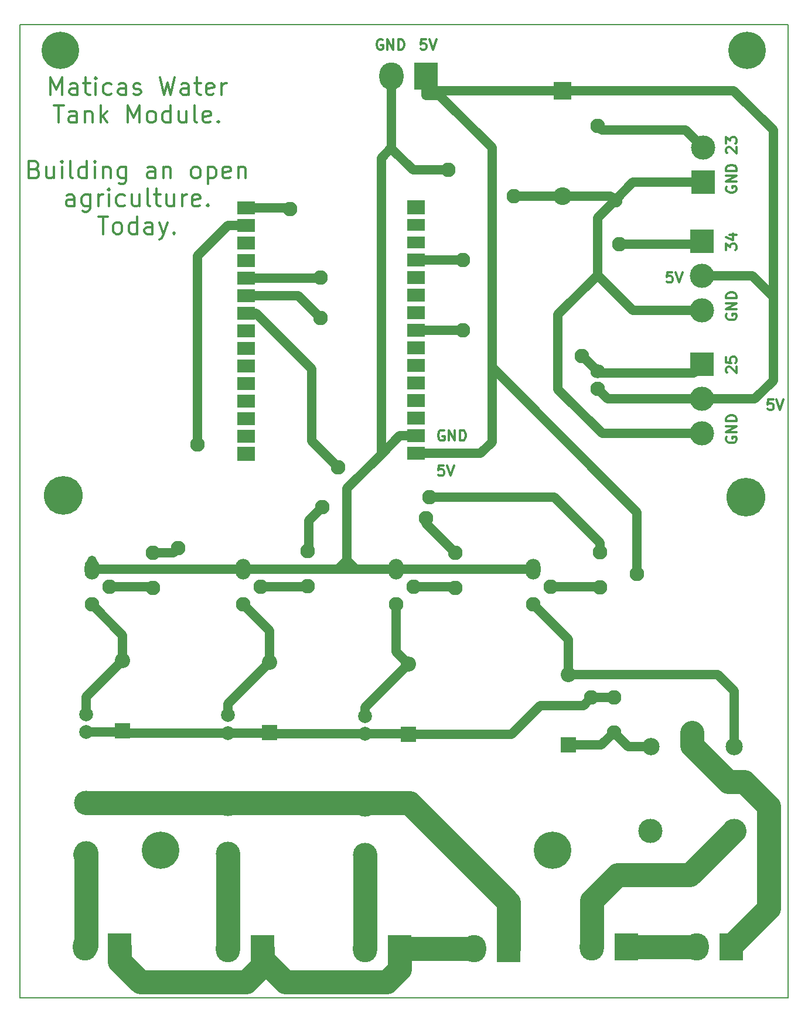
<source format=gbr>
%TF.GenerationSoftware,KiCad,Pcbnew,7.0.3*%
%TF.CreationDate,2023-07-15T06:29:25-05:00*%
%TF.ProjectId,intregration1,696e7472-6567-4726-9174-696f6e312e6b,rev?*%
%TF.SameCoordinates,Original*%
%TF.FileFunction,Copper,L1,Top*%
%TF.FilePolarity,Positive*%
%FSLAX46Y46*%
G04 Gerber Fmt 4.6, Leading zero omitted, Abs format (unit mm)*
G04 Created by KiCad (PCBNEW 7.0.3) date 2023-07-15 06:29:25*
%MOMM*%
%LPD*%
G01*
G04 APERTURE LIST*
%TA.AperFunction,NonConductor*%
%ADD10C,0.200000*%
%TD*%
%ADD11C,0.300000*%
%TA.AperFunction,NonConductor*%
%ADD12C,0.300000*%
%TD*%
%TA.AperFunction,ComponentPad*%
%ADD13C,2.100000*%
%TD*%
%TA.AperFunction,ComponentPad*%
%ADD14O,2.125000X2.000000*%
%TD*%
%TA.AperFunction,ComponentPad*%
%ADD15R,2.200000X2.200000*%
%TD*%
%TA.AperFunction,ComponentPad*%
%ADD16O,2.200000X2.200000*%
%TD*%
%TA.AperFunction,ComponentPad*%
%ADD17C,2.125000*%
%TD*%
%TA.AperFunction,ComponentPad*%
%ADD18O,2.125000X2.125000*%
%TD*%
%TA.AperFunction,ComponentPad*%
%ADD19R,3.500000X3.960000*%
%TD*%
%TA.AperFunction,ComponentPad*%
%ADD20O,3.500000X3.960000*%
%TD*%
%TA.AperFunction,ComponentPad*%
%ADD21C,5.600000*%
%TD*%
%TA.AperFunction,ComponentPad*%
%ADD22R,2.600000X2.600000*%
%TD*%
%TA.AperFunction,ComponentPad*%
%ADD23O,2.600000X2.600000*%
%TD*%
%TA.AperFunction,ComponentPad*%
%ADD24R,3.500000X3.500000*%
%TD*%
%TA.AperFunction,ComponentPad*%
%ADD25C,3.500000*%
%TD*%
%TA.AperFunction,ComponentPad*%
%ADD26C,5.400000*%
%TD*%
%TA.AperFunction,ComponentPad*%
%ADD27R,2.540000X2.000000*%
%TD*%
%TA.AperFunction,ComponentPad*%
%ADD28R,2.540000X1.950000*%
%TD*%
%TA.AperFunction,ComponentPad*%
%ADD29O,2.125000X3.000000*%
%TD*%
%TA.AperFunction,ComponentPad*%
%ADD30R,2.540000X2.100000*%
%TD*%
%TA.AperFunction,ComponentPad*%
%ADD31R,2.540000X1.740000*%
%TD*%
%TA.AperFunction,ComponentPad*%
%ADD32C,2.000000*%
%TD*%
%TA.AperFunction,ComponentPad*%
%ADD33C,3.000000*%
%TD*%
%TA.AperFunction,ComponentPad*%
%ADD34C,2.500000*%
%TD*%
%TA.AperFunction,ViaPad*%
%ADD35C,2.125000*%
%TD*%
%TA.AperFunction,Conductor*%
%ADD36C,1.330000*%
%TD*%
%TA.AperFunction,Conductor*%
%ADD37C,3.500000*%
%TD*%
G04 APERTURE END LIST*
D10*
X48006000Y-168656000D02*
X159004000Y-168656000D01*
X159004000Y-27940000D01*
X48006000Y-27940000D01*
X48006000Y-168656000D01*
D11*
D12*
X52407844Y-38068447D02*
X52407844Y-35568447D01*
X52407844Y-35568447D02*
X53241177Y-37354161D01*
X53241177Y-37354161D02*
X54074510Y-35568447D01*
X54074510Y-35568447D02*
X54074510Y-38068447D01*
X56336415Y-38068447D02*
X56336415Y-36758923D01*
X56336415Y-36758923D02*
X56217368Y-36520828D01*
X56217368Y-36520828D02*
X55979272Y-36401780D01*
X55979272Y-36401780D02*
X55503082Y-36401780D01*
X55503082Y-36401780D02*
X55264987Y-36520828D01*
X56336415Y-37949400D02*
X56098320Y-38068447D01*
X56098320Y-38068447D02*
X55503082Y-38068447D01*
X55503082Y-38068447D02*
X55264987Y-37949400D01*
X55264987Y-37949400D02*
X55145939Y-37711304D01*
X55145939Y-37711304D02*
X55145939Y-37473209D01*
X55145939Y-37473209D02*
X55264987Y-37235114D01*
X55264987Y-37235114D02*
X55503082Y-37116066D01*
X55503082Y-37116066D02*
X56098320Y-37116066D01*
X56098320Y-37116066D02*
X56336415Y-36997019D01*
X57169749Y-36401780D02*
X58122130Y-36401780D01*
X57526892Y-35568447D02*
X57526892Y-37711304D01*
X57526892Y-37711304D02*
X57645939Y-37949400D01*
X57645939Y-37949400D02*
X57884034Y-38068447D01*
X57884034Y-38068447D02*
X58122130Y-38068447D01*
X58955463Y-38068447D02*
X58955463Y-36401780D01*
X58955463Y-35568447D02*
X58836415Y-35687495D01*
X58836415Y-35687495D02*
X58955463Y-35806542D01*
X58955463Y-35806542D02*
X59074510Y-35687495D01*
X59074510Y-35687495D02*
X58955463Y-35568447D01*
X58955463Y-35568447D02*
X58955463Y-35806542D01*
X61217367Y-37949400D02*
X60979272Y-38068447D01*
X60979272Y-38068447D02*
X60503081Y-38068447D01*
X60503081Y-38068447D02*
X60264986Y-37949400D01*
X60264986Y-37949400D02*
X60145939Y-37830352D01*
X60145939Y-37830352D02*
X60026891Y-37592257D01*
X60026891Y-37592257D02*
X60026891Y-36877971D01*
X60026891Y-36877971D02*
X60145939Y-36639876D01*
X60145939Y-36639876D02*
X60264986Y-36520828D01*
X60264986Y-36520828D02*
X60503081Y-36401780D01*
X60503081Y-36401780D02*
X60979272Y-36401780D01*
X60979272Y-36401780D02*
X61217367Y-36520828D01*
X63360224Y-38068447D02*
X63360224Y-36758923D01*
X63360224Y-36758923D02*
X63241177Y-36520828D01*
X63241177Y-36520828D02*
X63003081Y-36401780D01*
X63003081Y-36401780D02*
X62526891Y-36401780D01*
X62526891Y-36401780D02*
X62288796Y-36520828D01*
X63360224Y-37949400D02*
X63122129Y-38068447D01*
X63122129Y-38068447D02*
X62526891Y-38068447D01*
X62526891Y-38068447D02*
X62288796Y-37949400D01*
X62288796Y-37949400D02*
X62169748Y-37711304D01*
X62169748Y-37711304D02*
X62169748Y-37473209D01*
X62169748Y-37473209D02*
X62288796Y-37235114D01*
X62288796Y-37235114D02*
X62526891Y-37116066D01*
X62526891Y-37116066D02*
X63122129Y-37116066D01*
X63122129Y-37116066D02*
X63360224Y-36997019D01*
X64431653Y-37949400D02*
X64669748Y-38068447D01*
X64669748Y-38068447D02*
X65145939Y-38068447D01*
X65145939Y-38068447D02*
X65384034Y-37949400D01*
X65384034Y-37949400D02*
X65503082Y-37711304D01*
X65503082Y-37711304D02*
X65503082Y-37592257D01*
X65503082Y-37592257D02*
X65384034Y-37354161D01*
X65384034Y-37354161D02*
X65145939Y-37235114D01*
X65145939Y-37235114D02*
X64788796Y-37235114D01*
X64788796Y-37235114D02*
X64550701Y-37116066D01*
X64550701Y-37116066D02*
X64431653Y-36877971D01*
X64431653Y-36877971D02*
X64431653Y-36758923D01*
X64431653Y-36758923D02*
X64550701Y-36520828D01*
X64550701Y-36520828D02*
X64788796Y-36401780D01*
X64788796Y-36401780D02*
X65145939Y-36401780D01*
X65145939Y-36401780D02*
X65384034Y-36520828D01*
X68241177Y-35568447D02*
X68836415Y-38068447D01*
X68836415Y-38068447D02*
X69312606Y-36282733D01*
X69312606Y-36282733D02*
X69788796Y-38068447D01*
X69788796Y-38068447D02*
X70384035Y-35568447D01*
X72407844Y-38068447D02*
X72407844Y-36758923D01*
X72407844Y-36758923D02*
X72288797Y-36520828D01*
X72288797Y-36520828D02*
X72050701Y-36401780D01*
X72050701Y-36401780D02*
X71574511Y-36401780D01*
X71574511Y-36401780D02*
X71336416Y-36520828D01*
X72407844Y-37949400D02*
X72169749Y-38068447D01*
X72169749Y-38068447D02*
X71574511Y-38068447D01*
X71574511Y-38068447D02*
X71336416Y-37949400D01*
X71336416Y-37949400D02*
X71217368Y-37711304D01*
X71217368Y-37711304D02*
X71217368Y-37473209D01*
X71217368Y-37473209D02*
X71336416Y-37235114D01*
X71336416Y-37235114D02*
X71574511Y-37116066D01*
X71574511Y-37116066D02*
X72169749Y-37116066D01*
X72169749Y-37116066D02*
X72407844Y-36997019D01*
X73241178Y-36401780D02*
X74193559Y-36401780D01*
X73598321Y-35568447D02*
X73598321Y-37711304D01*
X73598321Y-37711304D02*
X73717368Y-37949400D01*
X73717368Y-37949400D02*
X73955463Y-38068447D01*
X73955463Y-38068447D02*
X74193559Y-38068447D01*
X75979273Y-37949400D02*
X75741177Y-38068447D01*
X75741177Y-38068447D02*
X75264987Y-38068447D01*
X75264987Y-38068447D02*
X75026892Y-37949400D01*
X75026892Y-37949400D02*
X74907844Y-37711304D01*
X74907844Y-37711304D02*
X74907844Y-36758923D01*
X74907844Y-36758923D02*
X75026892Y-36520828D01*
X75026892Y-36520828D02*
X75264987Y-36401780D01*
X75264987Y-36401780D02*
X75741177Y-36401780D01*
X75741177Y-36401780D02*
X75979273Y-36520828D01*
X75979273Y-36520828D02*
X76098320Y-36758923D01*
X76098320Y-36758923D02*
X76098320Y-36997019D01*
X76098320Y-36997019D02*
X74907844Y-37235114D01*
X77169749Y-38068447D02*
X77169749Y-36401780D01*
X77169749Y-36877971D02*
X77288796Y-36639876D01*
X77288796Y-36639876D02*
X77407844Y-36520828D01*
X77407844Y-36520828D02*
X77645939Y-36401780D01*
X77645939Y-36401780D02*
X77884034Y-36401780D01*
X52884034Y-39593447D02*
X54312605Y-39593447D01*
X53598319Y-42093447D02*
X53598319Y-39593447D01*
X56217367Y-42093447D02*
X56217367Y-40783923D01*
X56217367Y-40783923D02*
X56098320Y-40545828D01*
X56098320Y-40545828D02*
X55860224Y-40426780D01*
X55860224Y-40426780D02*
X55384034Y-40426780D01*
X55384034Y-40426780D02*
X55145939Y-40545828D01*
X56217367Y-41974400D02*
X55979272Y-42093447D01*
X55979272Y-42093447D02*
X55384034Y-42093447D01*
X55384034Y-42093447D02*
X55145939Y-41974400D01*
X55145939Y-41974400D02*
X55026891Y-41736304D01*
X55026891Y-41736304D02*
X55026891Y-41498209D01*
X55026891Y-41498209D02*
X55145939Y-41260114D01*
X55145939Y-41260114D02*
X55384034Y-41141066D01*
X55384034Y-41141066D02*
X55979272Y-41141066D01*
X55979272Y-41141066D02*
X56217367Y-41022019D01*
X57407844Y-40426780D02*
X57407844Y-42093447D01*
X57407844Y-40664876D02*
X57526891Y-40545828D01*
X57526891Y-40545828D02*
X57764986Y-40426780D01*
X57764986Y-40426780D02*
X58122129Y-40426780D01*
X58122129Y-40426780D02*
X58360225Y-40545828D01*
X58360225Y-40545828D02*
X58479272Y-40783923D01*
X58479272Y-40783923D02*
X58479272Y-42093447D01*
X59669749Y-42093447D02*
X59669749Y-39593447D01*
X59907844Y-41141066D02*
X60622130Y-42093447D01*
X60622130Y-40426780D02*
X59669749Y-41379161D01*
X63598321Y-42093447D02*
X63598321Y-39593447D01*
X63598321Y-39593447D02*
X64431654Y-41379161D01*
X64431654Y-41379161D02*
X65264987Y-39593447D01*
X65264987Y-39593447D02*
X65264987Y-42093447D01*
X66812606Y-42093447D02*
X66574511Y-41974400D01*
X66574511Y-41974400D02*
X66455464Y-41855352D01*
X66455464Y-41855352D02*
X66336416Y-41617257D01*
X66336416Y-41617257D02*
X66336416Y-40902971D01*
X66336416Y-40902971D02*
X66455464Y-40664876D01*
X66455464Y-40664876D02*
X66574511Y-40545828D01*
X66574511Y-40545828D02*
X66812606Y-40426780D01*
X66812606Y-40426780D02*
X67169749Y-40426780D01*
X67169749Y-40426780D02*
X67407845Y-40545828D01*
X67407845Y-40545828D02*
X67526892Y-40664876D01*
X67526892Y-40664876D02*
X67645940Y-40902971D01*
X67645940Y-40902971D02*
X67645940Y-41617257D01*
X67645940Y-41617257D02*
X67526892Y-41855352D01*
X67526892Y-41855352D02*
X67407845Y-41974400D01*
X67407845Y-41974400D02*
X67169749Y-42093447D01*
X67169749Y-42093447D02*
X66812606Y-42093447D01*
X69788797Y-42093447D02*
X69788797Y-39593447D01*
X69788797Y-41974400D02*
X69550702Y-42093447D01*
X69550702Y-42093447D02*
X69074511Y-42093447D01*
X69074511Y-42093447D02*
X68836416Y-41974400D01*
X68836416Y-41974400D02*
X68717369Y-41855352D01*
X68717369Y-41855352D02*
X68598321Y-41617257D01*
X68598321Y-41617257D02*
X68598321Y-40902971D01*
X68598321Y-40902971D02*
X68717369Y-40664876D01*
X68717369Y-40664876D02*
X68836416Y-40545828D01*
X68836416Y-40545828D02*
X69074511Y-40426780D01*
X69074511Y-40426780D02*
X69550702Y-40426780D01*
X69550702Y-40426780D02*
X69788797Y-40545828D01*
X72050702Y-40426780D02*
X72050702Y-42093447D01*
X70979274Y-40426780D02*
X70979274Y-41736304D01*
X70979274Y-41736304D02*
X71098321Y-41974400D01*
X71098321Y-41974400D02*
X71336416Y-42093447D01*
X71336416Y-42093447D02*
X71693559Y-42093447D01*
X71693559Y-42093447D02*
X71931655Y-41974400D01*
X71931655Y-41974400D02*
X72050702Y-41855352D01*
X73598321Y-42093447D02*
X73360226Y-41974400D01*
X73360226Y-41974400D02*
X73241179Y-41736304D01*
X73241179Y-41736304D02*
X73241179Y-39593447D01*
X75503084Y-41974400D02*
X75264988Y-42093447D01*
X75264988Y-42093447D02*
X74788798Y-42093447D01*
X74788798Y-42093447D02*
X74550703Y-41974400D01*
X74550703Y-41974400D02*
X74431655Y-41736304D01*
X74431655Y-41736304D02*
X74431655Y-40783923D01*
X74431655Y-40783923D02*
X74550703Y-40545828D01*
X74550703Y-40545828D02*
X74788798Y-40426780D01*
X74788798Y-40426780D02*
X75264988Y-40426780D01*
X75264988Y-40426780D02*
X75503084Y-40545828D01*
X75503084Y-40545828D02*
X75622131Y-40783923D01*
X75622131Y-40783923D02*
X75622131Y-41022019D01*
X75622131Y-41022019D02*
X74431655Y-41260114D01*
X76693560Y-41855352D02*
X76812607Y-41974400D01*
X76812607Y-41974400D02*
X76693560Y-42093447D01*
X76693560Y-42093447D02*
X76574512Y-41974400D01*
X76574512Y-41974400D02*
X76693560Y-41855352D01*
X76693560Y-41855352D02*
X76693560Y-42093447D01*
X50145938Y-48833923D02*
X50503081Y-48952971D01*
X50503081Y-48952971D02*
X50622128Y-49072019D01*
X50622128Y-49072019D02*
X50741176Y-49310114D01*
X50741176Y-49310114D02*
X50741176Y-49667257D01*
X50741176Y-49667257D02*
X50622128Y-49905352D01*
X50622128Y-49905352D02*
X50503081Y-50024400D01*
X50503081Y-50024400D02*
X50264986Y-50143447D01*
X50264986Y-50143447D02*
X49312605Y-50143447D01*
X49312605Y-50143447D02*
X49312605Y-47643447D01*
X49312605Y-47643447D02*
X50145938Y-47643447D01*
X50145938Y-47643447D02*
X50384033Y-47762495D01*
X50384033Y-47762495D02*
X50503081Y-47881542D01*
X50503081Y-47881542D02*
X50622128Y-48119638D01*
X50622128Y-48119638D02*
X50622128Y-48357733D01*
X50622128Y-48357733D02*
X50503081Y-48595828D01*
X50503081Y-48595828D02*
X50384033Y-48714876D01*
X50384033Y-48714876D02*
X50145938Y-48833923D01*
X50145938Y-48833923D02*
X49312605Y-48833923D01*
X52884033Y-48476780D02*
X52884033Y-50143447D01*
X51812605Y-48476780D02*
X51812605Y-49786304D01*
X51812605Y-49786304D02*
X51931652Y-50024400D01*
X51931652Y-50024400D02*
X52169747Y-50143447D01*
X52169747Y-50143447D02*
X52526890Y-50143447D01*
X52526890Y-50143447D02*
X52764986Y-50024400D01*
X52764986Y-50024400D02*
X52884033Y-49905352D01*
X54074510Y-50143447D02*
X54074510Y-48476780D01*
X54074510Y-47643447D02*
X53955462Y-47762495D01*
X53955462Y-47762495D02*
X54074510Y-47881542D01*
X54074510Y-47881542D02*
X54193557Y-47762495D01*
X54193557Y-47762495D02*
X54074510Y-47643447D01*
X54074510Y-47643447D02*
X54074510Y-47881542D01*
X55622128Y-50143447D02*
X55384033Y-50024400D01*
X55384033Y-50024400D02*
X55264986Y-49786304D01*
X55264986Y-49786304D02*
X55264986Y-47643447D01*
X57645938Y-50143447D02*
X57645938Y-47643447D01*
X57645938Y-50024400D02*
X57407843Y-50143447D01*
X57407843Y-50143447D02*
X56931652Y-50143447D01*
X56931652Y-50143447D02*
X56693557Y-50024400D01*
X56693557Y-50024400D02*
X56574510Y-49905352D01*
X56574510Y-49905352D02*
X56455462Y-49667257D01*
X56455462Y-49667257D02*
X56455462Y-48952971D01*
X56455462Y-48952971D02*
X56574510Y-48714876D01*
X56574510Y-48714876D02*
X56693557Y-48595828D01*
X56693557Y-48595828D02*
X56931652Y-48476780D01*
X56931652Y-48476780D02*
X57407843Y-48476780D01*
X57407843Y-48476780D02*
X57645938Y-48595828D01*
X58836415Y-50143447D02*
X58836415Y-48476780D01*
X58836415Y-47643447D02*
X58717367Y-47762495D01*
X58717367Y-47762495D02*
X58836415Y-47881542D01*
X58836415Y-47881542D02*
X58955462Y-47762495D01*
X58955462Y-47762495D02*
X58836415Y-47643447D01*
X58836415Y-47643447D02*
X58836415Y-47881542D01*
X60026891Y-48476780D02*
X60026891Y-50143447D01*
X60026891Y-48714876D02*
X60145938Y-48595828D01*
X60145938Y-48595828D02*
X60384033Y-48476780D01*
X60384033Y-48476780D02*
X60741176Y-48476780D01*
X60741176Y-48476780D02*
X60979272Y-48595828D01*
X60979272Y-48595828D02*
X61098319Y-48833923D01*
X61098319Y-48833923D02*
X61098319Y-50143447D01*
X63360224Y-48476780D02*
X63360224Y-50500590D01*
X63360224Y-50500590D02*
X63241177Y-50738685D01*
X63241177Y-50738685D02*
X63122129Y-50857733D01*
X63122129Y-50857733D02*
X62884034Y-50976780D01*
X62884034Y-50976780D02*
X62526891Y-50976780D01*
X62526891Y-50976780D02*
X62288796Y-50857733D01*
X63360224Y-50024400D02*
X63122129Y-50143447D01*
X63122129Y-50143447D02*
X62645938Y-50143447D01*
X62645938Y-50143447D02*
X62407843Y-50024400D01*
X62407843Y-50024400D02*
X62288796Y-49905352D01*
X62288796Y-49905352D02*
X62169748Y-49667257D01*
X62169748Y-49667257D02*
X62169748Y-48952971D01*
X62169748Y-48952971D02*
X62288796Y-48714876D01*
X62288796Y-48714876D02*
X62407843Y-48595828D01*
X62407843Y-48595828D02*
X62645938Y-48476780D01*
X62645938Y-48476780D02*
X63122129Y-48476780D01*
X63122129Y-48476780D02*
X63360224Y-48595828D01*
X67526891Y-50143447D02*
X67526891Y-48833923D01*
X67526891Y-48833923D02*
X67407844Y-48595828D01*
X67407844Y-48595828D02*
X67169748Y-48476780D01*
X67169748Y-48476780D02*
X66693558Y-48476780D01*
X66693558Y-48476780D02*
X66455463Y-48595828D01*
X67526891Y-50024400D02*
X67288796Y-50143447D01*
X67288796Y-50143447D02*
X66693558Y-50143447D01*
X66693558Y-50143447D02*
X66455463Y-50024400D01*
X66455463Y-50024400D02*
X66336415Y-49786304D01*
X66336415Y-49786304D02*
X66336415Y-49548209D01*
X66336415Y-49548209D02*
X66455463Y-49310114D01*
X66455463Y-49310114D02*
X66693558Y-49191066D01*
X66693558Y-49191066D02*
X67288796Y-49191066D01*
X67288796Y-49191066D02*
X67526891Y-49072019D01*
X68717368Y-48476780D02*
X68717368Y-50143447D01*
X68717368Y-48714876D02*
X68836415Y-48595828D01*
X68836415Y-48595828D02*
X69074510Y-48476780D01*
X69074510Y-48476780D02*
X69431653Y-48476780D01*
X69431653Y-48476780D02*
X69669749Y-48595828D01*
X69669749Y-48595828D02*
X69788796Y-48833923D01*
X69788796Y-48833923D02*
X69788796Y-50143447D01*
X73241177Y-50143447D02*
X73003082Y-50024400D01*
X73003082Y-50024400D02*
X72884035Y-49905352D01*
X72884035Y-49905352D02*
X72764987Y-49667257D01*
X72764987Y-49667257D02*
X72764987Y-48952971D01*
X72764987Y-48952971D02*
X72884035Y-48714876D01*
X72884035Y-48714876D02*
X73003082Y-48595828D01*
X73003082Y-48595828D02*
X73241177Y-48476780D01*
X73241177Y-48476780D02*
X73598320Y-48476780D01*
X73598320Y-48476780D02*
X73836416Y-48595828D01*
X73836416Y-48595828D02*
X73955463Y-48714876D01*
X73955463Y-48714876D02*
X74074511Y-48952971D01*
X74074511Y-48952971D02*
X74074511Y-49667257D01*
X74074511Y-49667257D02*
X73955463Y-49905352D01*
X73955463Y-49905352D02*
X73836416Y-50024400D01*
X73836416Y-50024400D02*
X73598320Y-50143447D01*
X73598320Y-50143447D02*
X73241177Y-50143447D01*
X75145940Y-48476780D02*
X75145940Y-50976780D01*
X75145940Y-48595828D02*
X75384035Y-48476780D01*
X75384035Y-48476780D02*
X75860225Y-48476780D01*
X75860225Y-48476780D02*
X76098321Y-48595828D01*
X76098321Y-48595828D02*
X76217368Y-48714876D01*
X76217368Y-48714876D02*
X76336416Y-48952971D01*
X76336416Y-48952971D02*
X76336416Y-49667257D01*
X76336416Y-49667257D02*
X76217368Y-49905352D01*
X76217368Y-49905352D02*
X76098321Y-50024400D01*
X76098321Y-50024400D02*
X75860225Y-50143447D01*
X75860225Y-50143447D02*
X75384035Y-50143447D01*
X75384035Y-50143447D02*
X75145940Y-50024400D01*
X78360226Y-50024400D02*
X78122130Y-50143447D01*
X78122130Y-50143447D02*
X77645940Y-50143447D01*
X77645940Y-50143447D02*
X77407845Y-50024400D01*
X77407845Y-50024400D02*
X77288797Y-49786304D01*
X77288797Y-49786304D02*
X77288797Y-48833923D01*
X77288797Y-48833923D02*
X77407845Y-48595828D01*
X77407845Y-48595828D02*
X77645940Y-48476780D01*
X77645940Y-48476780D02*
X78122130Y-48476780D01*
X78122130Y-48476780D02*
X78360226Y-48595828D01*
X78360226Y-48595828D02*
X78479273Y-48833923D01*
X78479273Y-48833923D02*
X78479273Y-49072019D01*
X78479273Y-49072019D02*
X77288797Y-49310114D01*
X79550702Y-48476780D02*
X79550702Y-50143447D01*
X79550702Y-48714876D02*
X79669749Y-48595828D01*
X79669749Y-48595828D02*
X79907844Y-48476780D01*
X79907844Y-48476780D02*
X80264987Y-48476780D01*
X80264987Y-48476780D02*
X80503083Y-48595828D01*
X80503083Y-48595828D02*
X80622130Y-48833923D01*
X80622130Y-48833923D02*
X80622130Y-50143447D01*
X55860225Y-54168447D02*
X55860225Y-52858923D01*
X55860225Y-52858923D02*
X55741178Y-52620828D01*
X55741178Y-52620828D02*
X55503082Y-52501780D01*
X55503082Y-52501780D02*
X55026892Y-52501780D01*
X55026892Y-52501780D02*
X54788797Y-52620828D01*
X55860225Y-54049400D02*
X55622130Y-54168447D01*
X55622130Y-54168447D02*
X55026892Y-54168447D01*
X55026892Y-54168447D02*
X54788797Y-54049400D01*
X54788797Y-54049400D02*
X54669749Y-53811304D01*
X54669749Y-53811304D02*
X54669749Y-53573209D01*
X54669749Y-53573209D02*
X54788797Y-53335114D01*
X54788797Y-53335114D02*
X55026892Y-53216066D01*
X55026892Y-53216066D02*
X55622130Y-53216066D01*
X55622130Y-53216066D02*
X55860225Y-53097019D01*
X58122130Y-52501780D02*
X58122130Y-54525590D01*
X58122130Y-54525590D02*
X58003083Y-54763685D01*
X58003083Y-54763685D02*
X57884035Y-54882733D01*
X57884035Y-54882733D02*
X57645940Y-55001780D01*
X57645940Y-55001780D02*
X57288797Y-55001780D01*
X57288797Y-55001780D02*
X57050702Y-54882733D01*
X58122130Y-54049400D02*
X57884035Y-54168447D01*
X57884035Y-54168447D02*
X57407844Y-54168447D01*
X57407844Y-54168447D02*
X57169749Y-54049400D01*
X57169749Y-54049400D02*
X57050702Y-53930352D01*
X57050702Y-53930352D02*
X56931654Y-53692257D01*
X56931654Y-53692257D02*
X56931654Y-52977971D01*
X56931654Y-52977971D02*
X57050702Y-52739876D01*
X57050702Y-52739876D02*
X57169749Y-52620828D01*
X57169749Y-52620828D02*
X57407844Y-52501780D01*
X57407844Y-52501780D02*
X57884035Y-52501780D01*
X57884035Y-52501780D02*
X58122130Y-52620828D01*
X59312607Y-54168447D02*
X59312607Y-52501780D01*
X59312607Y-52977971D02*
X59431654Y-52739876D01*
X59431654Y-52739876D02*
X59550702Y-52620828D01*
X59550702Y-52620828D02*
X59788797Y-52501780D01*
X59788797Y-52501780D02*
X60026892Y-52501780D01*
X60860226Y-54168447D02*
X60860226Y-52501780D01*
X60860226Y-51668447D02*
X60741178Y-51787495D01*
X60741178Y-51787495D02*
X60860226Y-51906542D01*
X60860226Y-51906542D02*
X60979273Y-51787495D01*
X60979273Y-51787495D02*
X60860226Y-51668447D01*
X60860226Y-51668447D02*
X60860226Y-51906542D01*
X63122130Y-54049400D02*
X62884035Y-54168447D01*
X62884035Y-54168447D02*
X62407844Y-54168447D01*
X62407844Y-54168447D02*
X62169749Y-54049400D01*
X62169749Y-54049400D02*
X62050702Y-53930352D01*
X62050702Y-53930352D02*
X61931654Y-53692257D01*
X61931654Y-53692257D02*
X61931654Y-52977971D01*
X61931654Y-52977971D02*
X62050702Y-52739876D01*
X62050702Y-52739876D02*
X62169749Y-52620828D01*
X62169749Y-52620828D02*
X62407844Y-52501780D01*
X62407844Y-52501780D02*
X62884035Y-52501780D01*
X62884035Y-52501780D02*
X63122130Y-52620828D01*
X65264987Y-52501780D02*
X65264987Y-54168447D01*
X64193559Y-52501780D02*
X64193559Y-53811304D01*
X64193559Y-53811304D02*
X64312606Y-54049400D01*
X64312606Y-54049400D02*
X64550701Y-54168447D01*
X64550701Y-54168447D02*
X64907844Y-54168447D01*
X64907844Y-54168447D02*
X65145940Y-54049400D01*
X65145940Y-54049400D02*
X65264987Y-53930352D01*
X66812606Y-54168447D02*
X66574511Y-54049400D01*
X66574511Y-54049400D02*
X66455464Y-53811304D01*
X66455464Y-53811304D02*
X66455464Y-51668447D01*
X67407845Y-52501780D02*
X68360226Y-52501780D01*
X67764988Y-51668447D02*
X67764988Y-53811304D01*
X67764988Y-53811304D02*
X67884035Y-54049400D01*
X67884035Y-54049400D02*
X68122130Y-54168447D01*
X68122130Y-54168447D02*
X68360226Y-54168447D01*
X70264987Y-52501780D02*
X70264987Y-54168447D01*
X69193559Y-52501780D02*
X69193559Y-53811304D01*
X69193559Y-53811304D02*
X69312606Y-54049400D01*
X69312606Y-54049400D02*
X69550701Y-54168447D01*
X69550701Y-54168447D02*
X69907844Y-54168447D01*
X69907844Y-54168447D02*
X70145940Y-54049400D01*
X70145940Y-54049400D02*
X70264987Y-53930352D01*
X71455464Y-54168447D02*
X71455464Y-52501780D01*
X71455464Y-52977971D02*
X71574511Y-52739876D01*
X71574511Y-52739876D02*
X71693559Y-52620828D01*
X71693559Y-52620828D02*
X71931654Y-52501780D01*
X71931654Y-52501780D02*
X72169749Y-52501780D01*
X73955464Y-54049400D02*
X73717368Y-54168447D01*
X73717368Y-54168447D02*
X73241178Y-54168447D01*
X73241178Y-54168447D02*
X73003083Y-54049400D01*
X73003083Y-54049400D02*
X72884035Y-53811304D01*
X72884035Y-53811304D02*
X72884035Y-52858923D01*
X72884035Y-52858923D02*
X73003083Y-52620828D01*
X73003083Y-52620828D02*
X73241178Y-52501780D01*
X73241178Y-52501780D02*
X73717368Y-52501780D01*
X73717368Y-52501780D02*
X73955464Y-52620828D01*
X73955464Y-52620828D02*
X74074511Y-52858923D01*
X74074511Y-52858923D02*
X74074511Y-53097019D01*
X74074511Y-53097019D02*
X72884035Y-53335114D01*
X75145940Y-53930352D02*
X75264987Y-54049400D01*
X75264987Y-54049400D02*
X75145940Y-54168447D01*
X75145940Y-54168447D02*
X75026892Y-54049400D01*
X75026892Y-54049400D02*
X75145940Y-53930352D01*
X75145940Y-53930352D02*
X75145940Y-54168447D01*
X59312606Y-55693447D02*
X60741177Y-55693447D01*
X60026891Y-58193447D02*
X60026891Y-55693447D01*
X61931653Y-58193447D02*
X61693558Y-58074400D01*
X61693558Y-58074400D02*
X61574511Y-57955352D01*
X61574511Y-57955352D02*
X61455463Y-57717257D01*
X61455463Y-57717257D02*
X61455463Y-57002971D01*
X61455463Y-57002971D02*
X61574511Y-56764876D01*
X61574511Y-56764876D02*
X61693558Y-56645828D01*
X61693558Y-56645828D02*
X61931653Y-56526780D01*
X61931653Y-56526780D02*
X62288796Y-56526780D01*
X62288796Y-56526780D02*
X62526892Y-56645828D01*
X62526892Y-56645828D02*
X62645939Y-56764876D01*
X62645939Y-56764876D02*
X62764987Y-57002971D01*
X62764987Y-57002971D02*
X62764987Y-57717257D01*
X62764987Y-57717257D02*
X62645939Y-57955352D01*
X62645939Y-57955352D02*
X62526892Y-58074400D01*
X62526892Y-58074400D02*
X62288796Y-58193447D01*
X62288796Y-58193447D02*
X61931653Y-58193447D01*
X64907844Y-58193447D02*
X64907844Y-55693447D01*
X64907844Y-58074400D02*
X64669749Y-58193447D01*
X64669749Y-58193447D02*
X64193558Y-58193447D01*
X64193558Y-58193447D02*
X63955463Y-58074400D01*
X63955463Y-58074400D02*
X63836416Y-57955352D01*
X63836416Y-57955352D02*
X63717368Y-57717257D01*
X63717368Y-57717257D02*
X63717368Y-57002971D01*
X63717368Y-57002971D02*
X63836416Y-56764876D01*
X63836416Y-56764876D02*
X63955463Y-56645828D01*
X63955463Y-56645828D02*
X64193558Y-56526780D01*
X64193558Y-56526780D02*
X64669749Y-56526780D01*
X64669749Y-56526780D02*
X64907844Y-56645828D01*
X67169749Y-58193447D02*
X67169749Y-56883923D01*
X67169749Y-56883923D02*
X67050702Y-56645828D01*
X67050702Y-56645828D02*
X66812606Y-56526780D01*
X66812606Y-56526780D02*
X66336416Y-56526780D01*
X66336416Y-56526780D02*
X66098321Y-56645828D01*
X67169749Y-58074400D02*
X66931654Y-58193447D01*
X66931654Y-58193447D02*
X66336416Y-58193447D01*
X66336416Y-58193447D02*
X66098321Y-58074400D01*
X66098321Y-58074400D02*
X65979273Y-57836304D01*
X65979273Y-57836304D02*
X65979273Y-57598209D01*
X65979273Y-57598209D02*
X66098321Y-57360114D01*
X66098321Y-57360114D02*
X66336416Y-57241066D01*
X66336416Y-57241066D02*
X66931654Y-57241066D01*
X66931654Y-57241066D02*
X67169749Y-57122019D01*
X68122130Y-56526780D02*
X68717368Y-58193447D01*
X69312607Y-56526780D02*
X68717368Y-58193447D01*
X68717368Y-58193447D02*
X68479273Y-58788685D01*
X68479273Y-58788685D02*
X68360226Y-58907733D01*
X68360226Y-58907733D02*
X68122130Y-59026780D01*
X70264988Y-57955352D02*
X70384035Y-58074400D01*
X70384035Y-58074400D02*
X70264988Y-58193447D01*
X70264988Y-58193447D02*
X70145940Y-58074400D01*
X70145940Y-58074400D02*
X70264988Y-57955352D01*
X70264988Y-57955352D02*
X70264988Y-58193447D01*
D11*
D12*
X109218796Y-91645828D02*
X108504510Y-91645828D01*
X108504510Y-91645828D02*
X108433082Y-92360114D01*
X108433082Y-92360114D02*
X108504510Y-92288685D01*
X108504510Y-92288685D02*
X108647368Y-92217257D01*
X108647368Y-92217257D02*
X109004510Y-92217257D01*
X109004510Y-92217257D02*
X109147368Y-92288685D01*
X109147368Y-92288685D02*
X109218796Y-92360114D01*
X109218796Y-92360114D02*
X109290225Y-92502971D01*
X109290225Y-92502971D02*
X109290225Y-92860114D01*
X109290225Y-92860114D02*
X109218796Y-93002971D01*
X109218796Y-93002971D02*
X109147368Y-93074400D01*
X109147368Y-93074400D02*
X109004510Y-93145828D01*
X109004510Y-93145828D02*
X108647368Y-93145828D01*
X108647368Y-93145828D02*
X108504510Y-93074400D01*
X108504510Y-93074400D02*
X108433082Y-93002971D01*
X109718796Y-91645828D02*
X110218796Y-93145828D01*
X110218796Y-93145828D02*
X110718796Y-91645828D01*
D11*
D12*
X150137257Y-69779774D02*
X150065828Y-69922632D01*
X150065828Y-69922632D02*
X150065828Y-70136917D01*
X150065828Y-70136917D02*
X150137257Y-70351203D01*
X150137257Y-70351203D02*
X150280114Y-70494060D01*
X150280114Y-70494060D02*
X150422971Y-70565489D01*
X150422971Y-70565489D02*
X150708685Y-70636917D01*
X150708685Y-70636917D02*
X150922971Y-70636917D01*
X150922971Y-70636917D02*
X151208685Y-70565489D01*
X151208685Y-70565489D02*
X151351542Y-70494060D01*
X151351542Y-70494060D02*
X151494400Y-70351203D01*
X151494400Y-70351203D02*
X151565828Y-70136917D01*
X151565828Y-70136917D02*
X151565828Y-69994060D01*
X151565828Y-69994060D02*
X151494400Y-69779774D01*
X151494400Y-69779774D02*
X151422971Y-69708346D01*
X151422971Y-69708346D02*
X150922971Y-69708346D01*
X150922971Y-69708346D02*
X150922971Y-69994060D01*
X151565828Y-69065489D02*
X150065828Y-69065489D01*
X150065828Y-69065489D02*
X151565828Y-68208346D01*
X151565828Y-68208346D02*
X150065828Y-68208346D01*
X151565828Y-67494060D02*
X150065828Y-67494060D01*
X150065828Y-67494060D02*
X150065828Y-67136917D01*
X150065828Y-67136917D02*
X150137257Y-66922631D01*
X150137257Y-66922631D02*
X150280114Y-66779774D01*
X150280114Y-66779774D02*
X150422971Y-66708345D01*
X150422971Y-66708345D02*
X150708685Y-66636917D01*
X150708685Y-66636917D02*
X150922971Y-66636917D01*
X150922971Y-66636917D02*
X151208685Y-66708345D01*
X151208685Y-66708345D02*
X151351542Y-66779774D01*
X151351542Y-66779774D02*
X151494400Y-66922631D01*
X151494400Y-66922631D02*
X151565828Y-67136917D01*
X151565828Y-67136917D02*
X151565828Y-67494060D01*
D11*
D12*
X100400225Y-30122257D02*
X100257368Y-30050828D01*
X100257368Y-30050828D02*
X100043082Y-30050828D01*
X100043082Y-30050828D02*
X99828796Y-30122257D01*
X99828796Y-30122257D02*
X99685939Y-30265114D01*
X99685939Y-30265114D02*
X99614510Y-30407971D01*
X99614510Y-30407971D02*
X99543082Y-30693685D01*
X99543082Y-30693685D02*
X99543082Y-30907971D01*
X99543082Y-30907971D02*
X99614510Y-31193685D01*
X99614510Y-31193685D02*
X99685939Y-31336542D01*
X99685939Y-31336542D02*
X99828796Y-31479400D01*
X99828796Y-31479400D02*
X100043082Y-31550828D01*
X100043082Y-31550828D02*
X100185939Y-31550828D01*
X100185939Y-31550828D02*
X100400225Y-31479400D01*
X100400225Y-31479400D02*
X100471653Y-31407971D01*
X100471653Y-31407971D02*
X100471653Y-30907971D01*
X100471653Y-30907971D02*
X100185939Y-30907971D01*
X101114510Y-31550828D02*
X101114510Y-30050828D01*
X101114510Y-30050828D02*
X101971653Y-31550828D01*
X101971653Y-31550828D02*
X101971653Y-30050828D01*
X102685939Y-31550828D02*
X102685939Y-30050828D01*
X102685939Y-30050828D02*
X103043082Y-30050828D01*
X103043082Y-30050828D02*
X103257368Y-30122257D01*
X103257368Y-30122257D02*
X103400225Y-30265114D01*
X103400225Y-30265114D02*
X103471654Y-30407971D01*
X103471654Y-30407971D02*
X103543082Y-30693685D01*
X103543082Y-30693685D02*
X103543082Y-30907971D01*
X103543082Y-30907971D02*
X103471654Y-31193685D01*
X103471654Y-31193685D02*
X103400225Y-31336542D01*
X103400225Y-31336542D02*
X103257368Y-31479400D01*
X103257368Y-31479400D02*
X103043082Y-31550828D01*
X103043082Y-31550828D02*
X102685939Y-31550828D01*
D11*
D12*
X150208685Y-78256917D02*
X150137257Y-78185489D01*
X150137257Y-78185489D02*
X150065828Y-78042632D01*
X150065828Y-78042632D02*
X150065828Y-77685489D01*
X150065828Y-77685489D02*
X150137257Y-77542632D01*
X150137257Y-77542632D02*
X150208685Y-77471203D01*
X150208685Y-77471203D02*
X150351542Y-77399774D01*
X150351542Y-77399774D02*
X150494400Y-77399774D01*
X150494400Y-77399774D02*
X150708685Y-77471203D01*
X150708685Y-77471203D02*
X151565828Y-78328346D01*
X151565828Y-78328346D02*
X151565828Y-77399774D01*
X150065828Y-76042632D02*
X150065828Y-76756918D01*
X150065828Y-76756918D02*
X150780114Y-76828346D01*
X150780114Y-76828346D02*
X150708685Y-76756918D01*
X150708685Y-76756918D02*
X150637257Y-76614061D01*
X150637257Y-76614061D02*
X150637257Y-76256918D01*
X150637257Y-76256918D02*
X150708685Y-76114061D01*
X150708685Y-76114061D02*
X150780114Y-76042632D01*
X150780114Y-76042632D02*
X150922971Y-75971203D01*
X150922971Y-75971203D02*
X151280114Y-75971203D01*
X151280114Y-75971203D02*
X151422971Y-76042632D01*
X151422971Y-76042632D02*
X151494400Y-76114061D01*
X151494400Y-76114061D02*
X151565828Y-76256918D01*
X151565828Y-76256918D02*
X151565828Y-76614061D01*
X151565828Y-76614061D02*
X151494400Y-76756918D01*
X151494400Y-76756918D02*
X151422971Y-76828346D01*
D11*
D12*
X156843796Y-82120828D02*
X156129510Y-82120828D01*
X156129510Y-82120828D02*
X156058082Y-82835114D01*
X156058082Y-82835114D02*
X156129510Y-82763685D01*
X156129510Y-82763685D02*
X156272368Y-82692257D01*
X156272368Y-82692257D02*
X156629510Y-82692257D01*
X156629510Y-82692257D02*
X156772368Y-82763685D01*
X156772368Y-82763685D02*
X156843796Y-82835114D01*
X156843796Y-82835114D02*
X156915225Y-82977971D01*
X156915225Y-82977971D02*
X156915225Y-83335114D01*
X156915225Y-83335114D02*
X156843796Y-83477971D01*
X156843796Y-83477971D02*
X156772368Y-83549400D01*
X156772368Y-83549400D02*
X156629510Y-83620828D01*
X156629510Y-83620828D02*
X156272368Y-83620828D01*
X156272368Y-83620828D02*
X156129510Y-83549400D01*
X156129510Y-83549400D02*
X156058082Y-83477971D01*
X157343796Y-82120828D02*
X157843796Y-83620828D01*
X157843796Y-83620828D02*
X158343796Y-82120828D01*
D11*
D12*
X150137257Y-87559774D02*
X150065828Y-87702632D01*
X150065828Y-87702632D02*
X150065828Y-87916917D01*
X150065828Y-87916917D02*
X150137257Y-88131203D01*
X150137257Y-88131203D02*
X150280114Y-88274060D01*
X150280114Y-88274060D02*
X150422971Y-88345489D01*
X150422971Y-88345489D02*
X150708685Y-88416917D01*
X150708685Y-88416917D02*
X150922971Y-88416917D01*
X150922971Y-88416917D02*
X151208685Y-88345489D01*
X151208685Y-88345489D02*
X151351542Y-88274060D01*
X151351542Y-88274060D02*
X151494400Y-88131203D01*
X151494400Y-88131203D02*
X151565828Y-87916917D01*
X151565828Y-87916917D02*
X151565828Y-87774060D01*
X151565828Y-87774060D02*
X151494400Y-87559774D01*
X151494400Y-87559774D02*
X151422971Y-87488346D01*
X151422971Y-87488346D02*
X150922971Y-87488346D01*
X150922971Y-87488346D02*
X150922971Y-87774060D01*
X151565828Y-86845489D02*
X150065828Y-86845489D01*
X150065828Y-86845489D02*
X151565828Y-85988346D01*
X151565828Y-85988346D02*
X150065828Y-85988346D01*
X151565828Y-85274060D02*
X150065828Y-85274060D01*
X150065828Y-85274060D02*
X150065828Y-84916917D01*
X150065828Y-84916917D02*
X150137257Y-84702631D01*
X150137257Y-84702631D02*
X150280114Y-84559774D01*
X150280114Y-84559774D02*
X150422971Y-84488345D01*
X150422971Y-84488345D02*
X150708685Y-84416917D01*
X150708685Y-84416917D02*
X150922971Y-84416917D01*
X150922971Y-84416917D02*
X151208685Y-84488345D01*
X151208685Y-84488345D02*
X151351542Y-84559774D01*
X151351542Y-84559774D02*
X151494400Y-84702631D01*
X151494400Y-84702631D02*
X151565828Y-84916917D01*
X151565828Y-84916917D02*
X151565828Y-85274060D01*
D11*
D12*
X150065828Y-60548346D02*
X150065828Y-59619774D01*
X150065828Y-59619774D02*
X150637257Y-60119774D01*
X150637257Y-60119774D02*
X150637257Y-59905489D01*
X150637257Y-59905489D02*
X150708685Y-59762632D01*
X150708685Y-59762632D02*
X150780114Y-59691203D01*
X150780114Y-59691203D02*
X150922971Y-59619774D01*
X150922971Y-59619774D02*
X151280114Y-59619774D01*
X151280114Y-59619774D02*
X151422971Y-59691203D01*
X151422971Y-59691203D02*
X151494400Y-59762632D01*
X151494400Y-59762632D02*
X151565828Y-59905489D01*
X151565828Y-59905489D02*
X151565828Y-60334060D01*
X151565828Y-60334060D02*
X151494400Y-60476917D01*
X151494400Y-60476917D02*
X151422971Y-60548346D01*
X150565828Y-58334061D02*
X151565828Y-58334061D01*
X149994400Y-58691203D02*
X151065828Y-59048346D01*
X151065828Y-59048346D02*
X151065828Y-58119775D01*
D11*
D12*
X150137257Y-51364774D02*
X150065828Y-51507632D01*
X150065828Y-51507632D02*
X150065828Y-51721917D01*
X150065828Y-51721917D02*
X150137257Y-51936203D01*
X150137257Y-51936203D02*
X150280114Y-52079060D01*
X150280114Y-52079060D02*
X150422971Y-52150489D01*
X150422971Y-52150489D02*
X150708685Y-52221917D01*
X150708685Y-52221917D02*
X150922971Y-52221917D01*
X150922971Y-52221917D02*
X151208685Y-52150489D01*
X151208685Y-52150489D02*
X151351542Y-52079060D01*
X151351542Y-52079060D02*
X151494400Y-51936203D01*
X151494400Y-51936203D02*
X151565828Y-51721917D01*
X151565828Y-51721917D02*
X151565828Y-51579060D01*
X151565828Y-51579060D02*
X151494400Y-51364774D01*
X151494400Y-51364774D02*
X151422971Y-51293346D01*
X151422971Y-51293346D02*
X150922971Y-51293346D01*
X150922971Y-51293346D02*
X150922971Y-51579060D01*
X151565828Y-50650489D02*
X150065828Y-50650489D01*
X150065828Y-50650489D02*
X151565828Y-49793346D01*
X151565828Y-49793346D02*
X150065828Y-49793346D01*
X151565828Y-49079060D02*
X150065828Y-49079060D01*
X150065828Y-49079060D02*
X150065828Y-48721917D01*
X150065828Y-48721917D02*
X150137257Y-48507631D01*
X150137257Y-48507631D02*
X150280114Y-48364774D01*
X150280114Y-48364774D02*
X150422971Y-48293345D01*
X150422971Y-48293345D02*
X150708685Y-48221917D01*
X150708685Y-48221917D02*
X150922971Y-48221917D01*
X150922971Y-48221917D02*
X151208685Y-48293345D01*
X151208685Y-48293345D02*
X151351542Y-48364774D01*
X151351542Y-48364774D02*
X151494400Y-48507631D01*
X151494400Y-48507631D02*
X151565828Y-48721917D01*
X151565828Y-48721917D02*
X151565828Y-49079060D01*
D11*
D12*
X106678796Y-30050828D02*
X105964510Y-30050828D01*
X105964510Y-30050828D02*
X105893082Y-30765114D01*
X105893082Y-30765114D02*
X105964510Y-30693685D01*
X105964510Y-30693685D02*
X106107368Y-30622257D01*
X106107368Y-30622257D02*
X106464510Y-30622257D01*
X106464510Y-30622257D02*
X106607368Y-30693685D01*
X106607368Y-30693685D02*
X106678796Y-30765114D01*
X106678796Y-30765114D02*
X106750225Y-30907971D01*
X106750225Y-30907971D02*
X106750225Y-31265114D01*
X106750225Y-31265114D02*
X106678796Y-31407971D01*
X106678796Y-31407971D02*
X106607368Y-31479400D01*
X106607368Y-31479400D02*
X106464510Y-31550828D01*
X106464510Y-31550828D02*
X106107368Y-31550828D01*
X106107368Y-31550828D02*
X105964510Y-31479400D01*
X105964510Y-31479400D02*
X105893082Y-31407971D01*
X107178796Y-30050828D02*
X107678796Y-31550828D01*
X107678796Y-31550828D02*
X108178796Y-30050828D01*
D11*
D12*
X142238796Y-63705828D02*
X141524510Y-63705828D01*
X141524510Y-63705828D02*
X141453082Y-64420114D01*
X141453082Y-64420114D02*
X141524510Y-64348685D01*
X141524510Y-64348685D02*
X141667368Y-64277257D01*
X141667368Y-64277257D02*
X142024510Y-64277257D01*
X142024510Y-64277257D02*
X142167368Y-64348685D01*
X142167368Y-64348685D02*
X142238796Y-64420114D01*
X142238796Y-64420114D02*
X142310225Y-64562971D01*
X142310225Y-64562971D02*
X142310225Y-64920114D01*
X142310225Y-64920114D02*
X142238796Y-65062971D01*
X142238796Y-65062971D02*
X142167368Y-65134400D01*
X142167368Y-65134400D02*
X142024510Y-65205828D01*
X142024510Y-65205828D02*
X141667368Y-65205828D01*
X141667368Y-65205828D02*
X141524510Y-65134400D01*
X141524510Y-65134400D02*
X141453082Y-65062971D01*
X142738796Y-63705828D02*
X143238796Y-65205828D01*
X143238796Y-65205828D02*
X143738796Y-63705828D01*
D11*
D12*
X150208685Y-46506917D02*
X150137257Y-46435489D01*
X150137257Y-46435489D02*
X150065828Y-46292632D01*
X150065828Y-46292632D02*
X150065828Y-45935489D01*
X150065828Y-45935489D02*
X150137257Y-45792632D01*
X150137257Y-45792632D02*
X150208685Y-45721203D01*
X150208685Y-45721203D02*
X150351542Y-45649774D01*
X150351542Y-45649774D02*
X150494400Y-45649774D01*
X150494400Y-45649774D02*
X150708685Y-45721203D01*
X150708685Y-45721203D02*
X151565828Y-46578346D01*
X151565828Y-46578346D02*
X151565828Y-45649774D01*
X150065828Y-45149775D02*
X150065828Y-44221203D01*
X150065828Y-44221203D02*
X150637257Y-44721203D01*
X150637257Y-44721203D02*
X150637257Y-44506918D01*
X150637257Y-44506918D02*
X150708685Y-44364061D01*
X150708685Y-44364061D02*
X150780114Y-44292632D01*
X150780114Y-44292632D02*
X150922971Y-44221203D01*
X150922971Y-44221203D02*
X151280114Y-44221203D01*
X151280114Y-44221203D02*
X151422971Y-44292632D01*
X151422971Y-44292632D02*
X151494400Y-44364061D01*
X151494400Y-44364061D02*
X151565828Y-44506918D01*
X151565828Y-44506918D02*
X151565828Y-44935489D01*
X151565828Y-44935489D02*
X151494400Y-45078346D01*
X151494400Y-45078346D02*
X151422971Y-45149775D01*
D11*
D12*
X109290225Y-86637257D02*
X109147368Y-86565828D01*
X109147368Y-86565828D02*
X108933082Y-86565828D01*
X108933082Y-86565828D02*
X108718796Y-86637257D01*
X108718796Y-86637257D02*
X108575939Y-86780114D01*
X108575939Y-86780114D02*
X108504510Y-86922971D01*
X108504510Y-86922971D02*
X108433082Y-87208685D01*
X108433082Y-87208685D02*
X108433082Y-87422971D01*
X108433082Y-87422971D02*
X108504510Y-87708685D01*
X108504510Y-87708685D02*
X108575939Y-87851542D01*
X108575939Y-87851542D02*
X108718796Y-87994400D01*
X108718796Y-87994400D02*
X108933082Y-88065828D01*
X108933082Y-88065828D02*
X109075939Y-88065828D01*
X109075939Y-88065828D02*
X109290225Y-87994400D01*
X109290225Y-87994400D02*
X109361653Y-87922971D01*
X109361653Y-87922971D02*
X109361653Y-87422971D01*
X109361653Y-87422971D02*
X109075939Y-87422971D01*
X110004510Y-88065828D02*
X110004510Y-86565828D01*
X110004510Y-86565828D02*
X110861653Y-88065828D01*
X110861653Y-88065828D02*
X110861653Y-86565828D01*
X111575939Y-88065828D02*
X111575939Y-86565828D01*
X111575939Y-86565828D02*
X111933082Y-86565828D01*
X111933082Y-86565828D02*
X112147368Y-86637257D01*
X112147368Y-86637257D02*
X112290225Y-86780114D01*
X112290225Y-86780114D02*
X112361654Y-86922971D01*
X112361654Y-86922971D02*
X112433082Y-87208685D01*
X112433082Y-87208685D02*
X112433082Y-87422971D01*
X112433082Y-87422971D02*
X112361654Y-87708685D01*
X112361654Y-87708685D02*
X112290225Y-87851542D01*
X112290225Y-87851542D02*
X112147368Y-87994400D01*
X112147368Y-87994400D02*
X111933082Y-88065828D01*
X111933082Y-88065828D02*
X111575939Y-88065828D01*
D13*
%TO.P,R1,1*%
%TO.N,5v*%
X131445000Y-80607500D03*
D14*
%TO.P,R1,2*%
%TO.N,D25*%
X131445000Y-78067500D03*
%TD*%
D15*
%TO.P,D2,1,K*%
%TO.N,5v*%
X104140000Y-130556000D03*
D16*
%TO.P,D2,2,A*%
%TO.N,Net-(D2-A)*%
X104140000Y-120396000D03*
%TD*%
D17*
%TO.P,R2,1*%
%TO.N,D22*%
X67230000Y-104317000D03*
D18*
%TO.P,R2,2*%
%TO.N,Net-(Q1-B)*%
X67230000Y-109397000D03*
%TD*%
D19*
%TO.P,J_fan1,1,Pin_1*%
%TO.N,AC2*%
X62404000Y-161290000D03*
D20*
%TO.P,J_fan1,2,Pin_2*%
%TO.N,Net-(J_fan1-Pin_2)*%
X57404000Y-161290000D03*
%TD*%
D19*
%TO.P,5V1,1,Pin_1*%
%TO.N,5v*%
X106717000Y-35352000D03*
D20*
%TO.P,5V1,2,Pin_2*%
%TO.N,GND5V*%
X101717000Y-35352000D03*
%TD*%
D17*
%TO.P,R5,1*%
%TO.N,D21*%
X131826000Y-104190000D03*
D18*
%TO.P,R5,2*%
%TO.N,Net-(Q4-B)*%
X131826000Y-109270000D03*
%TD*%
D19*
%TO.P,J_LOAD2,1,Pin_1*%
%TO.N,GND LOAD*%
X135665000Y-161290000D03*
D20*
%TO.P,J_LOAD2,2,Pin_2*%
%TO.N,Normally O*%
X130665000Y-161290000D03*
%TD*%
D21*
%TO.P,H6,1*%
%TO.N,N/C*%
X54250000Y-96012000D03*
%TD*%
D22*
%TO.P,D6,1,K*%
%TO.N,5v*%
X126365000Y-37465000D03*
D23*
%TO.P,D6,2,A*%
%TO.N,GND5V*%
X126365000Y-52705000D03*
%TD*%
D24*
%TO.P,J2,1,Pin_1*%
%TO.N,D34*%
X146577500Y-59277500D03*
D25*
%TO.P,J2,2,Pin_2*%
%TO.N,5v*%
X146577500Y-64277500D03*
%TO.P,J2,3,Pin_3*%
%TO.N,GND5V*%
X146577500Y-69277500D03*
%TD*%
D26*
%TO.P,H2,1*%
%TO.N,N/C*%
X153035000Y-31623000D03*
%TD*%
D24*
%TO.P,J1,1,Pin_1*%
%TO.N,D25*%
X146577500Y-77057500D03*
D25*
%TO.P,J1,2,Pin_2*%
%TO.N,5v*%
X146577500Y-82057500D03*
%TO.P,J1,3,Pin_3*%
%TO.N,GND5V*%
X146577500Y-87057500D03*
%TD*%
D19*
%TO.P,J_AC_INPUT1,1,Pin_1*%
%TO.N,AC1*%
X118618000Y-161544000D03*
D20*
%TO.P,J_AC_INPUT1,2,Pin_2*%
%TO.N,AC2*%
X113618000Y-161544000D03*
%TD*%
D19*
%TO.P,J_LOAD1,1,Pin_1*%
%TO.N,LOAD IN*%
X150825000Y-161290000D03*
D20*
%TO.P,J_LOAD1,2,Pin_2*%
%TO.N,GND LOAD*%
X145825000Y-161290000D03*
%TD*%
D27*
%TO.P,J_esp1,1,Pin_1*%
%TO.N,3V3*%
X80674500Y-89962000D03*
D28*
%TO.P,J_esp1,2,Pin_2*%
%TO.N,GND2*%
X80674500Y-87422000D03*
%TO.P,J_esp1,3,Pin_3*%
%TO.N,D15*%
X80674500Y-84882000D03*
%TO.P,J_esp1,4,Pin_4*%
%TO.N,D2*%
X80674500Y-82342000D03*
%TO.P,J_esp1,5,Pin_5*%
%TO.N,D4*%
X80674500Y-79802000D03*
%TO.P,J_esp1,6,Pin_6*%
%TO.N,RX2*%
X80674500Y-77262000D03*
%TO.P,J_esp1,7,Pin_7*%
%TO.N,TX2*%
X80674500Y-74722000D03*
%TO.P,J_esp1,8,Pin_8*%
%TO.N,D5*%
X80674500Y-72182000D03*
%TO.P,J_esp1,9,Pin_9*%
%TO.N,D18*%
X80674500Y-69642000D03*
%TO.P,J_esp1,10,Pin_10*%
%TO.N,D19*%
X80674500Y-67102000D03*
%TO.P,J_esp1,11,Pin_11*%
%TO.N,D21*%
X80674500Y-64562000D03*
%TO.P,J_esp1,12,Pin_12*%
%TO.N,RX0*%
X80674500Y-62022000D03*
%TO.P,J_esp1,13,Pin_13*%
%TO.N,TX0*%
X80674500Y-59482000D03*
%TO.P,J_esp1,14,Pin_14*%
%TO.N,D22*%
X80674500Y-56942000D03*
%TO.P,J_esp1,15,Pin_15*%
%TO.N,D23*%
X80674500Y-54402000D03*
%TD*%
D29*
%TO.P,Q2,1,E*%
%TO.N,GND5V*%
X102362000Y-106680000D03*
D18*
%TO.P,Q2,2,B*%
%TO.N,Net-(Q2-B)*%
X104902000Y-109220000D03*
%TO.P,Q2,3,C*%
%TO.N,Net-(D2-A)*%
X102362000Y-111760000D03*
%TD*%
D24*
%TO.P,J4,1,Pin_1*%
%TO.N,GND5V*%
X146685000Y-50720000D03*
D25*
%TO.P,J4,2,Pin_2*%
%TO.N,D23*%
X146685000Y-45720000D03*
%TD*%
D15*
%TO.P,D3,1,K*%
%TO.N,5v*%
X84074000Y-130302000D03*
D16*
%TO.P,D3,2,A*%
%TO.N,Net-(D3-A)*%
X84074000Y-120142000D03*
%TD*%
D30*
%TO.P,J_esp0,1,Pin_1*%
%TO.N,EN*%
X105215000Y-54323000D03*
D31*
%TO.P,J_esp0,2,Pin_2*%
%TO.N,VP*%
X105215000Y-56863000D03*
%TO.P,J_esp0,3,Pin_3*%
%TO.N,VN*%
X105215000Y-59403000D03*
D28*
%TO.P,J_esp0,4,Pin_4*%
%TO.N,D34*%
X105215000Y-61943000D03*
%TO.P,J_esp0,5,Pin_5*%
%TO.N,D35*%
X105215000Y-64483000D03*
%TO.P,J_esp0,6,Pin_6*%
%TO.N,D32*%
X105215000Y-67023000D03*
%TO.P,J_esp0,7,Pin_7*%
%TO.N,D33*%
X105215000Y-69563000D03*
%TO.P,J_esp0,8,Pin_8*%
%TO.N,D25*%
X105215000Y-72103000D03*
%TO.P,J_esp0,9,Pin_9*%
%TO.N,D26*%
X105215000Y-74643000D03*
%TO.P,J_esp0,10,Pin_10*%
%TO.N,D27*%
X105215000Y-77183000D03*
%TO.P,J_esp0,11,Pin_11*%
%TO.N,D14*%
X105215000Y-79723000D03*
%TO.P,J_esp0,12,Pin_12*%
%TO.N,D12*%
X105215000Y-82263000D03*
%TO.P,J_esp0,13,Pin_13*%
%TO.N,D13*%
X105215000Y-84803000D03*
%TO.P,J_esp0,14,Pin_14*%
%TO.N,GND5V*%
X105215000Y-87343000D03*
%TO.P,J_esp0,15,Pin_15*%
%TO.N,5v*%
X105215000Y-89883000D03*
%TD*%
D25*
%TO.P,U_wpump1,11*%
%TO.N,AC1*%
X97870000Y-140716000D03*
%TO.P,U_wpump1,14*%
%TO.N,Net-(J_wpump1-Pin_2)*%
X97870000Y-147955000D03*
D32*
%TO.P,U_wpump1,A1*%
%TO.N,5v*%
X97870000Y-130470000D03*
%TO.P,U_wpump1,A2*%
%TO.N,Net-(D2-A)*%
X97870000Y-127889000D03*
%TD*%
D17*
%TO.P,R3,1*%
%TO.N,D18*%
X110918000Y-104317000D03*
D18*
%TO.P,R3,2*%
%TO.N,Net-(Q2-B)*%
X110918000Y-109397000D03*
%TD*%
D19*
%TO.P,J_oxygen1,1,Pin_1*%
%TO.N,AC2*%
X83058000Y-161544000D03*
D20*
%TO.P,J_oxygen1,2,Pin_2*%
%TO.N,Net-(J_oxygen1-Pin_2)*%
X78058000Y-161544000D03*
%TD*%
D26*
%TO.P,H1,1*%
%TO.N,N/C*%
X53875000Y-31623000D03*
%TD*%
D29*
%TO.P,Q1,1,E*%
%TO.N,GND5V*%
X58420000Y-106680000D03*
D18*
%TO.P,Q1,2,B*%
%TO.N,Net-(Q1-B)*%
X60960000Y-109220000D03*
%TO.P,Q1,3,C*%
%TO.N,Net-(D1-A)*%
X58420000Y-111760000D03*
%TD*%
D15*
%TO.P,D4,1,K*%
%TO.N,Net-(D4-K)*%
X127254000Y-132080000D03*
D16*
%TO.P,D4,2,A*%
%TO.N,Net-(D4-A)*%
X127254000Y-121920000D03*
%TD*%
D15*
%TO.P,D1,1,K*%
%TO.N,5v*%
X62861000Y-130048000D03*
D16*
%TO.P,D1,2,A*%
%TO.N,Net-(D1-A)*%
X62861000Y-119888000D03*
%TD*%
D26*
%TO.P,H3,1*%
%TO.N,N/C*%
X68326000Y-147320000D03*
%TD*%
D33*
%TO.P,K_LIGHTS1,1*%
%TO.N,LOAD IN*%
X145141000Y-130326000D03*
D34*
%TO.P,K_LIGHTS1,2*%
%TO.N,Net-(D4-A)*%
X151191000Y-132276000D03*
D25*
%TO.P,K_LIGHTS1,3*%
%TO.N,Normally O*%
X151191000Y-144476000D03*
%TO.P,K_LIGHTS1,4*%
%TO.N,Normally C*%
X139141000Y-144526000D03*
D34*
%TO.P,K_LIGHTS1,5*%
%TO.N,Net-(D4-K)*%
X139191000Y-132276000D03*
%TD*%
D19*
%TO.P,J_wpump1,1,Pin_1*%
%TO.N,AC2*%
X102870000Y-161544000D03*
D20*
%TO.P,J_wpump1,2,Pin_2*%
%TO.N,Net-(J_wpump1-Pin_2)*%
X97870000Y-161544000D03*
%TD*%
D29*
%TO.P,Q3,1,E*%
%TO.N,GND5V*%
X80264000Y-106680000D03*
D18*
%TO.P,Q3,2,B*%
%TO.N,Net-(Q3-B)*%
X82804000Y-109220000D03*
%TO.P,Q3,3,C*%
%TO.N,Net-(D3-A)*%
X80264000Y-111760000D03*
%TD*%
D26*
%TO.P,H4,1*%
%TO.N,N/C*%
X124968000Y-147320000D03*
%TD*%
D25*
%TO.P,U_oxygen1,11*%
%TO.N,AC1*%
X78058000Y-140589000D03*
%TO.P,U_oxygen1,14*%
%TO.N,Net-(J_oxygen1-Pin_2)*%
X78058000Y-147828000D03*
D32*
%TO.P,U_oxygen1,A1*%
%TO.N,5v*%
X78058000Y-130343000D03*
%TO.P,U_oxygen1,A2*%
%TO.N,Net-(D3-A)*%
X78058000Y-127762000D03*
%TD*%
D17*
%TO.P,R4,1*%
%TO.N,D19*%
X89582000Y-104063000D03*
D18*
%TO.P,R4,2*%
%TO.N,Net-(Q3-B)*%
X89582000Y-109143000D03*
%TD*%
D17*
%TO.P,R9,1*%
%TO.N,Net-(D4-K)*%
X133858000Y-130252000D03*
D18*
%TO.P,R9,2*%
%TO.N,5v*%
X133858000Y-125172000D03*
%TD*%
D29*
%TO.P,Q4,1,E*%
%TO.N,GND5V*%
X122174000Y-106680000D03*
D18*
%TO.P,Q4,2,B*%
%TO.N,Net-(Q4-B)*%
X124714000Y-109220000D03*
%TO.P,Q4,3,C*%
%TO.N,Net-(D4-A)*%
X122174000Y-111760000D03*
%TD*%
D21*
%TO.P,H5,1*%
%TO.N,N/C*%
X152935000Y-96266000D03*
%TD*%
D25*
%TO.P,U_fan1,11*%
%TO.N,AC1*%
X57607000Y-140462000D03*
%TO.P,U_fan1,14*%
%TO.N,Net-(J_fan1-Pin_2)*%
X57607000Y-147701000D03*
D32*
%TO.P,U_fan1,A1*%
%TO.N,5v*%
X57607000Y-130216000D03*
%TO.P,U_fan1,A2*%
%TO.N,Net-(D1-A)*%
X57607000Y-127635000D03*
%TD*%
D35*
%TO.N,5v*%
X137160000Y-107315000D03*
X130556000Y-125222000D03*
%TO.N,GND5V*%
X133985000Y-53340000D03*
X109855000Y-48895000D03*
X119380000Y-52705000D03*
%TO.N,D25*%
X112047000Y-72103000D03*
X129222500Y-75882500D03*
%TO.N,D34*%
X134620000Y-59690000D03*
X112047000Y-61943000D03*
%TO.N,D18*%
X106680000Y-99314000D03*
X93980000Y-91948000D03*
%TO.N,D19*%
X91440000Y-70358000D03*
X91694000Y-97685000D03*
%TO.N,D21*%
X107188000Y-96266000D03*
X91440000Y-64516000D03*
%TO.N,D22*%
X73660000Y-88646000D03*
X70866000Y-103632000D03*
%TO.N,D23*%
X86995000Y-54610000D03*
X131445000Y-42545000D03*
%TD*%
D36*
%TO.N,5v*%
X57607000Y-130216000D02*
X62693000Y-130216000D01*
X153812500Y-64277500D02*
X146577500Y-64277500D01*
X146435000Y-81915000D02*
X146577500Y-82057500D01*
X156845000Y-67310000D02*
X153812500Y-64277500D01*
X114587000Y-89883000D02*
X105215000Y-89883000D01*
X84033000Y-130343000D02*
X84074000Y-130302000D01*
X156845000Y-79375000D02*
X156845000Y-67310000D01*
X104054000Y-130470000D02*
X104140000Y-130556000D01*
X129413000Y-126365000D02*
X130556000Y-125222000D01*
X62657000Y-130252000D02*
X62861000Y-130048000D01*
X132895000Y-82057500D02*
X131445000Y-80607500D01*
X116205000Y-77851000D02*
X116205000Y-45720000D01*
X116205000Y-88265000D02*
X114587000Y-89883000D01*
X146577500Y-82057500D02*
X154162500Y-82057500D01*
X151130000Y-37465000D02*
X107389000Y-37465000D01*
X116205000Y-77851000D02*
X116205000Y-88265000D01*
X137160000Y-107315000D02*
X137160000Y-98425000D01*
X118999000Y-130556000D02*
X123190000Y-126365000D01*
X154162500Y-82057500D02*
X156845000Y-79375000D01*
X130556000Y-125222000D02*
X133808000Y-125222000D01*
X133808000Y-125222000D02*
X133858000Y-125172000D01*
X108622000Y-38137000D02*
X106717000Y-38137000D01*
X97870000Y-130470000D02*
X104054000Y-130470000D01*
X123190000Y-126365000D02*
X129413000Y-126365000D01*
X84242000Y-130470000D02*
X84074000Y-130302000D01*
X63156000Y-130343000D02*
X62861000Y-130048000D01*
X116205000Y-77470000D02*
X116205000Y-77851000D01*
X137160000Y-98425000D02*
X116205000Y-77470000D01*
X107389000Y-37465000D02*
X106717000Y-38137000D01*
X62693000Y-130216000D02*
X62861000Y-130048000D01*
X106717000Y-38137000D02*
X106717000Y-35352000D01*
X104140000Y-130556000D02*
X118999000Y-130556000D01*
X116205000Y-45720000D02*
X108622000Y-38137000D01*
X156845000Y-43180000D02*
X151130000Y-37465000D01*
X146577500Y-82057500D02*
X132895000Y-82057500D01*
X78058000Y-130343000D02*
X84033000Y-130343000D01*
X78058000Y-130343000D02*
X63156000Y-130343000D01*
X106717000Y-38063000D02*
X106717000Y-35352000D01*
X156845000Y-67310000D02*
X156845000Y-43180000D01*
X97870000Y-130470000D02*
X84242000Y-130470000D01*
%TO.N,GND5V*%
X96520000Y-106680000D02*
X122174000Y-106680000D01*
X133350000Y-52705000D02*
X133985000Y-53340000D01*
X93980000Y-106680000D02*
X96520000Y-106680000D01*
X119380000Y-52705000D02*
X133350000Y-52705000D01*
X136605000Y-50720000D02*
X146685000Y-50720000D01*
X132080000Y-64770000D02*
X131445000Y-64135000D01*
X132142500Y-87057500D02*
X125730000Y-80645000D01*
X58420000Y-106680000D02*
X58420000Y-105410000D01*
X95250000Y-94996000D02*
X95250000Y-105410000D01*
X101717000Y-45837000D02*
X101717000Y-45720000D01*
X109855000Y-48895000D02*
X104775000Y-48895000D01*
X102903000Y-87343000D02*
X105215000Y-87343000D01*
X133985000Y-53340000D02*
X136605000Y-50720000D01*
X136587500Y-69277500D02*
X133985000Y-66675000D01*
X93980000Y-106680000D02*
X95250000Y-105410000D01*
X100203000Y-90043000D02*
X102903000Y-87343000D01*
X95250000Y-94996000D02*
X100203000Y-90043000D01*
X104775000Y-48895000D02*
X101717000Y-45837000D01*
X101717000Y-35352000D02*
X101717000Y-45720000D01*
X95250000Y-105410000D02*
X96520000Y-106680000D01*
X58420000Y-106680000D02*
X93980000Y-106680000D01*
X133985000Y-66675000D02*
X132715000Y-65405000D01*
X146577500Y-69277500D02*
X136587500Y-69277500D01*
X131445000Y-55880000D02*
X133985000Y-53340000D01*
X125730000Y-69850000D02*
X131445000Y-64135000D01*
X125730000Y-80645000D02*
X125730000Y-69850000D01*
X100203000Y-90043000D02*
X100203000Y-47234000D01*
X100203000Y-47234000D02*
X101717000Y-45720000D01*
X146577500Y-87057500D02*
X132142500Y-87057500D01*
X131445000Y-64135000D02*
X131445000Y-55880000D01*
X132715000Y-65405000D02*
X132080000Y-64770000D01*
%TO.N,D25*%
X131445000Y-78067500D02*
X131655000Y-78277500D01*
X129222500Y-75882500D02*
X129260000Y-75882500D01*
X145357500Y-78277500D02*
X146577500Y-77057500D01*
X129260000Y-75882500D02*
X131445000Y-78067500D01*
X105215000Y-72103000D02*
X112047000Y-72103000D01*
X131655000Y-78277500D02*
X145357500Y-78277500D01*
%TO.N,D34*%
X105182000Y-61976000D02*
X105215000Y-61943000D01*
X146165000Y-59690000D02*
X146577500Y-59277500D01*
X134620000Y-59690000D02*
X146165000Y-59690000D01*
X112047000Y-61943000D02*
X105215000Y-61943000D01*
D37*
%TO.N,AC1*%
X118618000Y-154813000D02*
X118618000Y-161544000D01*
X57607000Y-140462000D02*
X104267000Y-140462000D01*
X104267000Y-140462000D02*
X118618000Y-154813000D01*
%TO.N,AC2*%
X83058000Y-163068000D02*
X86360000Y-166370000D01*
X83058000Y-161544000D02*
X83058000Y-163957000D01*
X83058000Y-161544000D02*
X83058000Y-163068000D01*
X62404000Y-163369000D02*
X62404000Y-161290000D01*
X83058000Y-163957000D02*
X80645000Y-166370000D01*
X65405000Y-166370000D02*
X62404000Y-163369000D01*
X86360000Y-166370000D02*
X100965000Y-166370000D01*
X80645000Y-166370000D02*
X65405000Y-166370000D01*
X102870000Y-164465000D02*
X102870000Y-161544000D01*
X113618000Y-161544000D02*
X102870000Y-161544000D01*
X100965000Y-166370000D02*
X102870000Y-164465000D01*
D36*
%TO.N,D18*%
X106680000Y-100079000D02*
X110918000Y-104317000D01*
X90170000Y-77702500D02*
X82109500Y-69642000D01*
X106680000Y-99314000D02*
X106680000Y-100079000D01*
X90170000Y-88138000D02*
X90170000Y-77702500D01*
X93980000Y-91948000D02*
X90170000Y-88138000D01*
X82109500Y-69642000D02*
X80674500Y-69642000D01*
%TO.N,D19*%
X91440000Y-70358000D02*
X88184000Y-67102000D01*
X89759000Y-99620000D02*
X89759000Y-103886000D01*
X91694000Y-97685000D02*
X89759000Y-99620000D01*
X88184000Y-67102000D02*
X80674500Y-67102000D01*
X89759000Y-103886000D02*
X89582000Y-104063000D01*
%TO.N,D21*%
X91440000Y-64516000D02*
X91394000Y-64562000D01*
X131826000Y-102870000D02*
X131826000Y-104190000D01*
X91394000Y-64562000D02*
X80674500Y-64562000D01*
X107188000Y-96266000D02*
X125222000Y-96266000D01*
X125222000Y-96266000D02*
X131826000Y-102870000D01*
%TO.N,D22*%
X78074500Y-56942000D02*
X80674500Y-56942000D01*
X73660000Y-61356500D02*
X78074500Y-56942000D01*
X70181000Y-104317000D02*
X70866000Y-103632000D01*
X67230000Y-104317000D02*
X70181000Y-104317000D01*
X73660000Y-88646000D02*
X73660000Y-61356500D01*
%TO.N,D23*%
X86995000Y-54610000D02*
X86776000Y-54402000D01*
X131445000Y-42545000D02*
X132080000Y-43180000D01*
X80674500Y-54402000D02*
X86360000Y-54402000D01*
X132080000Y-43180000D02*
X144145000Y-43180000D01*
X144145000Y-43180000D02*
X146685000Y-45720000D01*
X86360000Y-54402000D02*
X86995000Y-54610000D01*
X86776000Y-54402000D02*
X86568000Y-54402000D01*
D37*
%TO.N,Net-(J_fan1-Pin_2)*%
X57607000Y-161087000D02*
X57404000Y-161290000D01*
X57404000Y-147904000D02*
X57607000Y-147701000D01*
X57607000Y-147701000D02*
X57607000Y-161087000D01*
%TO.N,LOAD IN*%
X156210000Y-140970000D02*
X156210000Y-155702000D01*
X145141000Y-132187000D02*
X150368000Y-137414000D01*
X145141000Y-130326000D02*
X145141000Y-132187000D01*
X150825000Y-161290000D02*
X150825000Y-161087000D01*
X150368000Y-137414000D02*
X152654000Y-137414000D01*
X150825000Y-161087000D02*
X156210000Y-155702000D01*
X152654000Y-137414000D02*
X156210000Y-140970000D01*
%TO.N,GND LOAD*%
X135665000Y-161290000D02*
X145825000Y-161290000D01*
%TO.N,Normally O*%
X144791000Y-150876000D02*
X134366000Y-150876000D01*
X151191000Y-144476000D02*
X144791000Y-150876000D01*
X130665000Y-154577000D02*
X130665000Y-161290000D01*
X134366000Y-150876000D02*
X130665000Y-154577000D01*
%TO.N,Net-(J_oxygen1-Pin_2)*%
X78058000Y-147828000D02*
X78058000Y-161544000D01*
%TO.N,Net-(J_wpump1-Pin_2)*%
X97870000Y-147955000D02*
X97870000Y-161544000D01*
D36*
%TO.N,Net-(Q1-B)*%
X60960000Y-109220000D02*
X67053000Y-109220000D01*
X67053000Y-109220000D02*
X67230000Y-109397000D01*
%TO.N,Net-(Q2-B)*%
X110741000Y-109220000D02*
X110918000Y-109397000D01*
X104902000Y-109220000D02*
X110741000Y-109220000D01*
%TO.N,Net-(Q3-B)*%
X82804000Y-109220000D02*
X89505000Y-109220000D01*
X89505000Y-109220000D02*
X89582000Y-109143000D01*
%TO.N,Net-(Q4-B)*%
X131776000Y-109220000D02*
X131826000Y-109270000D01*
X124714000Y-109220000D02*
X131776000Y-109220000D01*
%TO.N,Net-(D4-K)*%
X133858000Y-130252000D02*
X135882000Y-132276000D01*
X135882000Y-132276000D02*
X139191000Y-132276000D01*
X132030000Y-132080000D02*
X133858000Y-130252000D01*
X127254000Y-132080000D02*
X132030000Y-132080000D01*
%TO.N,Net-(D1-A)*%
X57607000Y-127635000D02*
X57607000Y-125142000D01*
X62861000Y-116201000D02*
X58420000Y-111760000D01*
X57607000Y-125142000D02*
X62861000Y-119888000D01*
X62861000Y-119888000D02*
X62861000Y-116201000D01*
%TO.N,Net-(D3-A)*%
X78058000Y-127762000D02*
X78058000Y-126158000D01*
X78058000Y-126158000D02*
X84074000Y-120142000D01*
X84074000Y-115570000D02*
X80264000Y-111760000D01*
X84074000Y-120142000D02*
X84074000Y-115570000D01*
%TO.N,Net-(D2-A)*%
X102362000Y-118618000D02*
X104140000Y-120396000D01*
X97870000Y-126666000D02*
X104140000Y-120396000D01*
X102362000Y-111760000D02*
X102362000Y-118618000D01*
X97870000Y-127889000D02*
X97870000Y-126666000D01*
%TO.N,Net-(D4-A)*%
X127254000Y-121920000D02*
X148844000Y-121920000D01*
X151191000Y-124267000D02*
X151191000Y-132276000D01*
X127254000Y-116840000D02*
X122174000Y-111760000D01*
X148844000Y-121920000D02*
X151191000Y-124267000D01*
X127254000Y-121920000D02*
X127254000Y-116840000D01*
%TD*%
M02*

</source>
